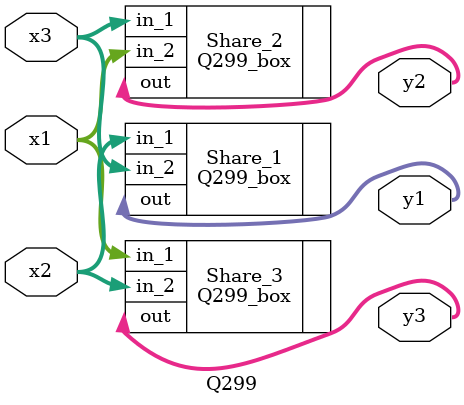
<source format=v>

module Q299(
	input wire [3:0] x1,
	input wire [3:0] x2,
	input wire [3:0] x3,
	output wire [3:0] y1,
	output wire [3:0] y2,
	output wire [3:0] y3
);

	Q299_box Share_1(.in_1(x2), .in_2(x3), .out(y1));	
	Q299_box Share_2(.in_1(x3), .in_2(x1), .out(y2));	
	Q299_box Share_3(.in_1(x1), .in_2(x2), .out(y3));

endmodule

</source>
